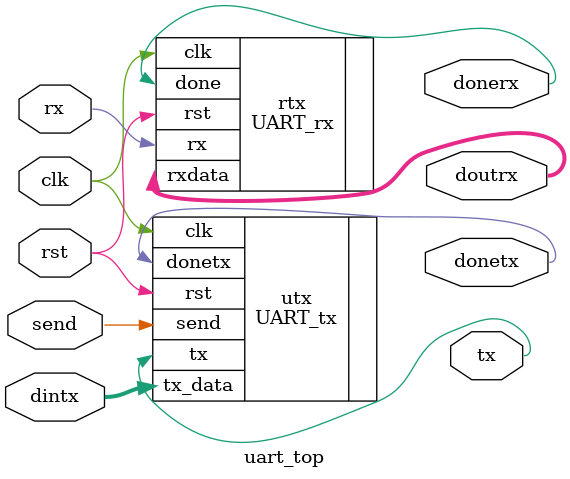
<source format=sv>
`include "UART_rx.sv"
`include "UART_tx.sv"

module uart_top
#(
parameter clk_freq = 1000000,
parameter baud_rate = 9600
)
(
  input clk,rst, 
  input rx,
  input [7:0] dintx,
  input send,
  output tx, 
  output [7:0] doutrx,
  output donetx,
  output donerx
    );
    
UART_tx 
#(clk_freq, baud_rate) 
utx   
(.clk(clk), .rst(rst), .send(send), .tx_data(dintx), .tx(tx), .donetx(donetx));   

UART_rx 
#(clk_freq, baud_rate)
rtx
(.clk(clk), .rst(rst), .rx(rx), .done(donerx), .rxdata(doutrx));    
    
    
endmodule
</source>
